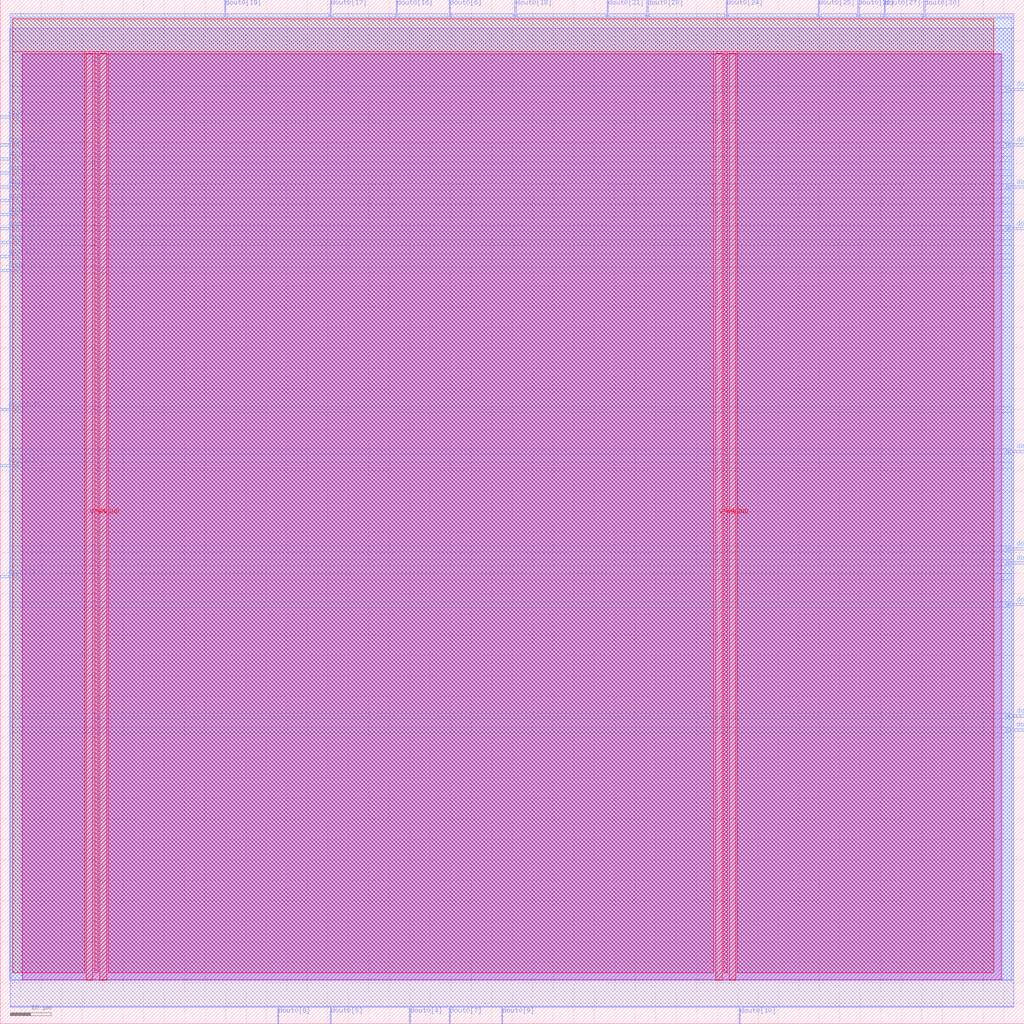
<source format=lef>
VERSION 5.7 ;
  NOWIREEXTENSIONATPIN ON ;
  DIVIDERCHAR "/" ;
  BUSBITCHARS "[]" ;
MACRO rom2
  CLASS BLOCK ;
  FOREIGN rom2 ;
  ORIGIN 0.000 0.000 ;
  SIZE 250.000 BY 250.000 ;
  PIN VGND
    DIRECTION INOUT ;
    USE GROUND ;
    PORT
      LAYER met4 ;
        RECT 24.340 10.640 25.940 236.880 ;
    END
    PORT
      LAYER met4 ;
        RECT 177.940 10.640 179.540 236.880 ;
    END
  END VGND
  PIN VPWR
    DIRECTION INOUT ;
    USE POWER ;
    PORT
      LAYER met4 ;
        RECT 21.040 10.640 22.640 236.880 ;
    END
    PORT
      LAYER met4 ;
        RECT 174.640 10.640 176.240 236.880 ;
    END
  END VPWR
  PIN addr0[0]
    DIRECTION INPUT ;
    USE SIGNAL ;
    ANTENNAGATEAREA 0.196500 ;
    PORT
      LAYER met3 ;
        RECT 0.000 190.440 4.000 191.040 ;
    END
  END addr0[0]
  PIN addr0[1]
    DIRECTION INPUT ;
    USE SIGNAL ;
    ANTENNAGATEAREA 0.196500 ;
    PORT
      LAYER met3 ;
        RECT 0.000 187.040 4.000 187.640 ;
    END
  END addr0[1]
  PIN addr0[2]
    DIRECTION INPUT ;
    USE SIGNAL ;
    ANTENNAGATEAREA 0.196500 ;
    PORT
      LAYER met3 ;
        RECT 0.000 193.840 4.000 194.440 ;
    END
  END addr0[2]
  PIN addr0[3]
    DIRECTION INPUT ;
    USE SIGNAL ;
    ANTENNAGATEAREA 0.196500 ;
    PORT
      LAYER met3 ;
        RECT 0.000 200.640 4.000 201.240 ;
    END
  END addr0[3]
  PIN addr0[4]
    DIRECTION INPUT ;
    USE SIGNAL ;
    ANTENNAGATEAREA 0.196500 ;
    PORT
      LAYER met3 ;
        RECT 0.000 183.640 4.000 184.240 ;
    END
  END addr0[4]
  PIN addr0[5]
    DIRECTION INPUT ;
    USE SIGNAL ;
    ANTENNAGATEAREA 0.196500 ;
    PORT
      LAYER met3 ;
        RECT 0.000 207.440 4.000 208.040 ;
    END
  END addr0[5]
  PIN addr0[6]
    DIRECTION INPUT ;
    USE SIGNAL ;
    ANTENNAGATEAREA 0.196500 ;
    PORT
      LAYER met3 ;
        RECT 0.000 204.040 4.000 204.640 ;
    END
  END addr0[6]
  PIN addr0[7]
    DIRECTION INPUT ;
    USE SIGNAL ;
    ANTENNAGATEAREA 0.196500 ;
    PORT
      LAYER met3 ;
        RECT 0.000 210.840 4.000 211.440 ;
    END
  END addr0[7]
  PIN addr0[8]
    DIRECTION INPUT ;
    USE SIGNAL ;
    ANTENNAGATEAREA 0.196500 ;
    PORT
      LAYER met3 ;
        RECT 0.000 197.240 4.000 197.840 ;
    END
  END addr0[8]
  PIN clk0
    DIRECTION INPUT ;
    USE SIGNAL ;
    ANTENNAGATEAREA 0.852000 ;
    PORT
      LAYER met3 ;
        RECT 0.000 221.040 4.000 221.640 ;
    END
  END clk0
  PIN dout0[0]
    DIRECTION OUTPUT ;
    USE SIGNAL ;
    ANTENNADIFFAREA 0.445500 ;
    PORT
      LAYER met3 ;
        RECT 0.000 149.640 4.000 150.240 ;
    END
  END dout0[0]
  PIN dout0[10]
    DIRECTION OUTPUT ;
    USE SIGNAL ;
    ANTENNADIFFAREA 0.445500 ;
    PORT
      LAYER met2 ;
        RECT 180.410 0.000 180.690 4.000 ;
    END
  END dout0[10]
  PIN dout0[11]
    DIRECTION OUTPUT ;
    USE SIGNAL ;
    ANTENNADIFFAREA 0.445500 ;
    PORT
      LAYER met3 ;
        RECT 246.000 102.040 250.000 102.640 ;
    END
  END dout0[11]
  PIN dout0[12]
    DIRECTION OUTPUT ;
    USE SIGNAL ;
    ANTENNADIFFAREA 0.445500 ;
    PORT
      LAYER met3 ;
        RECT 246.000 112.240 250.000 112.840 ;
    END
  END dout0[12]
  PIN dout0[13]
    DIRECTION OUTPUT ;
    USE SIGNAL ;
    ANTENNADIFFAREA 0.445500 ;
    PORT
      LAYER met3 ;
        RECT 246.000 71.440 250.000 72.040 ;
    END
  END dout0[13]
  PIN dout0[14]
    DIRECTION OUTPUT ;
    USE SIGNAL ;
    ANTENNADIFFAREA 0.445500 ;
    PORT
      LAYER met3 ;
        RECT 0.000 108.840 4.000 109.440 ;
    END
  END dout0[14]
  PIN dout0[15]
    DIRECTION OUTPUT ;
    USE SIGNAL ;
    ANTENNADIFFAREA 0.445500 ;
    PORT
      LAYER met3 ;
        RECT 246.000 115.640 250.000 116.240 ;
    END
  END dout0[15]
  PIN dout0[16]
    DIRECTION OUTPUT ;
    USE SIGNAL ;
    ANTENNADIFFAREA 0.795200 ;
    PORT
      LAYER met2 ;
        RECT 96.690 246.000 96.970 250.000 ;
    END
  END dout0[16]
  PIN dout0[17]
    DIRECTION OUTPUT ;
    USE SIGNAL ;
    ANTENNADIFFAREA 0.795200 ;
    PORT
      LAYER met2 ;
        RECT 80.590 246.000 80.870 250.000 ;
    END
  END dout0[17]
  PIN dout0[18]
    DIRECTION OUTPUT ;
    USE SIGNAL ;
    ANTENNADIFFAREA 0.795200 ;
    PORT
      LAYER met2 ;
        RECT 125.670 246.000 125.950 250.000 ;
    END
  END dout0[18]
  PIN dout0[19]
    DIRECTION OUTPUT ;
    USE SIGNAL ;
    ANTENNADIFFAREA 0.795200 ;
    PORT
      LAYER met2 ;
        RECT 54.830 246.000 55.110 250.000 ;
    END
  END dout0[19]
  PIN dout0[1]
    DIRECTION OUTPUT ;
    USE SIGNAL ;
    ANTENNADIFFAREA 0.445500 ;
    PORT
      LAYER met3 ;
        RECT 246.000 74.840 250.000 75.440 ;
    END
  END dout0[1]
  PIN dout0[20]
    DIRECTION OUTPUT ;
    USE SIGNAL ;
    ANTENNADIFFAREA 0.795200 ;
    PORT
      LAYER met2 ;
        RECT 157.870 246.000 158.150 250.000 ;
    END
  END dout0[20]
  PIN dout0[21]
    DIRECTION OUTPUT ;
    USE SIGNAL ;
    ANTENNADIFFAREA 0.795200 ;
    PORT
      LAYER met2 ;
        RECT 148.210 246.000 148.490 250.000 ;
    END
  END dout0[21]
  PIN dout0[22]
    DIRECTION OUTPUT ;
    USE SIGNAL ;
    ANTENNADIFFAREA 0.445500 ;
    PORT
      LAYER met3 ;
        RECT 246.000 193.840 250.000 194.440 ;
    END
  END dout0[22]
  PIN dout0[23]
    DIRECTION OUTPUT ;
    USE SIGNAL ;
    ANTENNADIFFAREA 0.445500 ;
    PORT
      LAYER met3 ;
        RECT 246.000 204.040 250.000 204.640 ;
    END
  END dout0[23]
  PIN dout0[24]
    DIRECTION OUTPUT ;
    USE SIGNAL ;
    ANTENNADIFFAREA 0.795200 ;
    PORT
      LAYER met2 ;
        RECT 177.190 246.000 177.470 250.000 ;
    END
  END dout0[24]
  PIN dout0[25]
    DIRECTION OUTPUT ;
    USE SIGNAL ;
    ANTENNADIFFAREA 0.795200 ;
    PORT
      LAYER met2 ;
        RECT 199.730 246.000 200.010 250.000 ;
    END
  END dout0[25]
  PIN dout0[26]
    DIRECTION OUTPUT ;
    USE SIGNAL ;
    ANTENNADIFFAREA 0.795200 ;
    PORT
      LAYER met2 ;
        RECT 209.390 246.000 209.670 250.000 ;
    END
  END dout0[26]
  PIN dout0[27]
    DIRECTION OUTPUT ;
    USE SIGNAL ;
    ANTENNADIFFAREA 0.795200 ;
    PORT
      LAYER met2 ;
        RECT 215.830 246.000 216.110 250.000 ;
    END
  END dout0[27]
  PIN dout0[28]
    DIRECTION OUTPUT ;
    USE SIGNAL ;
    ANTENNADIFFAREA 0.445500 ;
    PORT
      LAYER met3 ;
        RECT 246.000 214.240 250.000 214.840 ;
    END
  END dout0[28]
  PIN dout0[29]
    DIRECTION OUTPUT ;
    USE SIGNAL ;
    PORT
      LAYER met3 ;
        RECT 246.000 227.840 250.000 228.440 ;
    END
  END dout0[29]
  PIN dout0[2]
    DIRECTION OUTPUT ;
    USE SIGNAL ;
    ANTENNADIFFAREA 0.445500 ;
    PORT
      LAYER met3 ;
        RECT 246.000 139.440 250.000 140.040 ;
    END
  END dout0[2]
  PIN dout0[30]
    DIRECTION OUTPUT ;
    USE SIGNAL ;
    PORT
      LAYER met2 ;
        RECT 225.490 246.000 225.770 250.000 ;
    END
  END dout0[30]
  PIN dout0[31]
    DIRECTION OUTPUT ;
    USE SIGNAL ;
    PORT
      LAYER met3 ;
        RECT 0.000 214.240 4.000 214.840 ;
    END
  END dout0[31]
  PIN dout0[3]
    DIRECTION OUTPUT ;
    USE SIGNAL ;
    ANTENNADIFFAREA 0.445500 ;
    PORT
      LAYER met3 ;
        RECT 0.000 136.040 4.000 136.640 ;
    END
  END dout0[3]
  PIN dout0[4]
    DIRECTION OUTPUT ;
    USE SIGNAL ;
    ANTENNADIFFAREA 0.445500 ;
    PORT
      LAYER met2 ;
        RECT 99.910 0.000 100.190 4.000 ;
    END
  END dout0[4]
  PIN dout0[5]
    DIRECTION OUTPUT ;
    USE SIGNAL ;
    ANTENNADIFFAREA 0.445500 ;
    PORT
      LAYER met2 ;
        RECT 80.590 0.000 80.870 4.000 ;
    END
  END dout0[5]
  PIN dout0[6]
    DIRECTION OUTPUT ;
    USE SIGNAL ;
    ANTENNADIFFAREA 0.795200 ;
    PORT
      LAYER met2 ;
        RECT 109.570 246.000 109.850 250.000 ;
    END
  END dout0[6]
  PIN dout0[7]
    DIRECTION OUTPUT ;
    USE SIGNAL ;
    ANTENNADIFFAREA 0.445500 ;
    PORT
      LAYER met2 ;
        RECT 109.570 0.000 109.850 4.000 ;
    END
  END dout0[7]
  PIN dout0[8]
    DIRECTION OUTPUT ;
    USE SIGNAL ;
    ANTENNADIFFAREA 0.445500 ;
    PORT
      LAYER met2 ;
        RECT 67.710 0.000 67.990 4.000 ;
    END
  END dout0[8]
  PIN dout0[9]
    DIRECTION OUTPUT ;
    USE SIGNAL ;
    ANTENNADIFFAREA 0.445500 ;
    PORT
      LAYER met2 ;
        RECT 122.450 0.000 122.730 4.000 ;
    END
  END dout0[9]
  OBS
      LAYER nwell ;
        RECT 5.330 10.795 244.450 236.830 ;
      LAYER li1 ;
        RECT 5.520 10.795 244.260 236.725 ;
      LAYER met1 ;
        RECT 2.370 10.640 247.410 243.060 ;
      LAYER met2 ;
        RECT 2.400 245.720 54.550 246.570 ;
        RECT 55.390 245.720 80.310 246.570 ;
        RECT 81.150 245.720 96.410 246.570 ;
        RECT 97.250 245.720 109.290 246.570 ;
        RECT 110.130 245.720 125.390 246.570 ;
        RECT 126.230 245.720 147.930 246.570 ;
        RECT 148.770 245.720 157.590 246.570 ;
        RECT 158.430 245.720 176.910 246.570 ;
        RECT 177.750 245.720 199.450 246.570 ;
        RECT 200.290 245.720 209.110 246.570 ;
        RECT 209.950 245.720 215.550 246.570 ;
        RECT 216.390 245.720 225.210 246.570 ;
        RECT 226.050 245.720 247.380 246.570 ;
        RECT 2.400 4.280 247.380 245.720 ;
        RECT 2.400 4.000 67.430 4.280 ;
        RECT 68.270 4.000 80.310 4.280 ;
        RECT 81.150 4.000 99.630 4.280 ;
        RECT 100.470 4.000 109.290 4.280 ;
        RECT 110.130 4.000 122.170 4.280 ;
        RECT 123.010 4.000 180.130 4.280 ;
        RECT 180.970 4.000 247.380 4.280 ;
      LAYER met3 ;
        RECT 2.825 228.840 246.955 245.305 ;
        RECT 2.825 227.440 245.600 228.840 ;
        RECT 2.825 222.040 246.955 227.440 ;
        RECT 4.400 220.640 246.955 222.040 ;
        RECT 2.825 215.240 246.955 220.640 ;
        RECT 4.400 213.840 245.600 215.240 ;
        RECT 2.825 211.840 246.955 213.840 ;
        RECT 4.400 210.440 246.955 211.840 ;
        RECT 2.825 208.440 246.955 210.440 ;
        RECT 4.400 207.040 246.955 208.440 ;
        RECT 2.825 205.040 246.955 207.040 ;
        RECT 4.400 203.640 245.600 205.040 ;
        RECT 2.825 201.640 246.955 203.640 ;
        RECT 4.400 200.240 246.955 201.640 ;
        RECT 2.825 198.240 246.955 200.240 ;
        RECT 4.400 196.840 246.955 198.240 ;
        RECT 2.825 194.840 246.955 196.840 ;
        RECT 4.400 193.440 245.600 194.840 ;
        RECT 2.825 191.440 246.955 193.440 ;
        RECT 4.400 190.040 246.955 191.440 ;
        RECT 2.825 188.040 246.955 190.040 ;
        RECT 4.400 186.640 246.955 188.040 ;
        RECT 2.825 184.640 246.955 186.640 ;
        RECT 4.400 183.240 246.955 184.640 ;
        RECT 2.825 150.640 246.955 183.240 ;
        RECT 4.400 149.240 246.955 150.640 ;
        RECT 2.825 140.440 246.955 149.240 ;
        RECT 2.825 139.040 245.600 140.440 ;
        RECT 2.825 137.040 246.955 139.040 ;
        RECT 4.400 135.640 246.955 137.040 ;
        RECT 2.825 116.640 246.955 135.640 ;
        RECT 2.825 115.240 245.600 116.640 ;
        RECT 2.825 113.240 246.955 115.240 ;
        RECT 2.825 111.840 245.600 113.240 ;
        RECT 2.825 109.840 246.955 111.840 ;
        RECT 4.400 108.440 246.955 109.840 ;
        RECT 2.825 103.040 246.955 108.440 ;
        RECT 2.825 101.640 245.600 103.040 ;
        RECT 2.825 75.840 246.955 101.640 ;
        RECT 2.825 74.440 245.600 75.840 ;
        RECT 2.825 72.440 246.955 74.440 ;
        RECT 2.825 71.040 245.600 72.440 ;
        RECT 2.825 10.715 246.955 71.040 ;
      LAYER met4 ;
        RECT 3.055 237.280 242.585 245.305 ;
        RECT 3.055 12.415 20.640 237.280 ;
        RECT 23.040 12.415 23.940 237.280 ;
        RECT 26.340 12.415 174.240 237.280 ;
        RECT 176.640 12.415 177.540 237.280 ;
        RECT 179.940 12.415 242.585 237.280 ;
  END
END rom2
END LIBRARY


</source>
